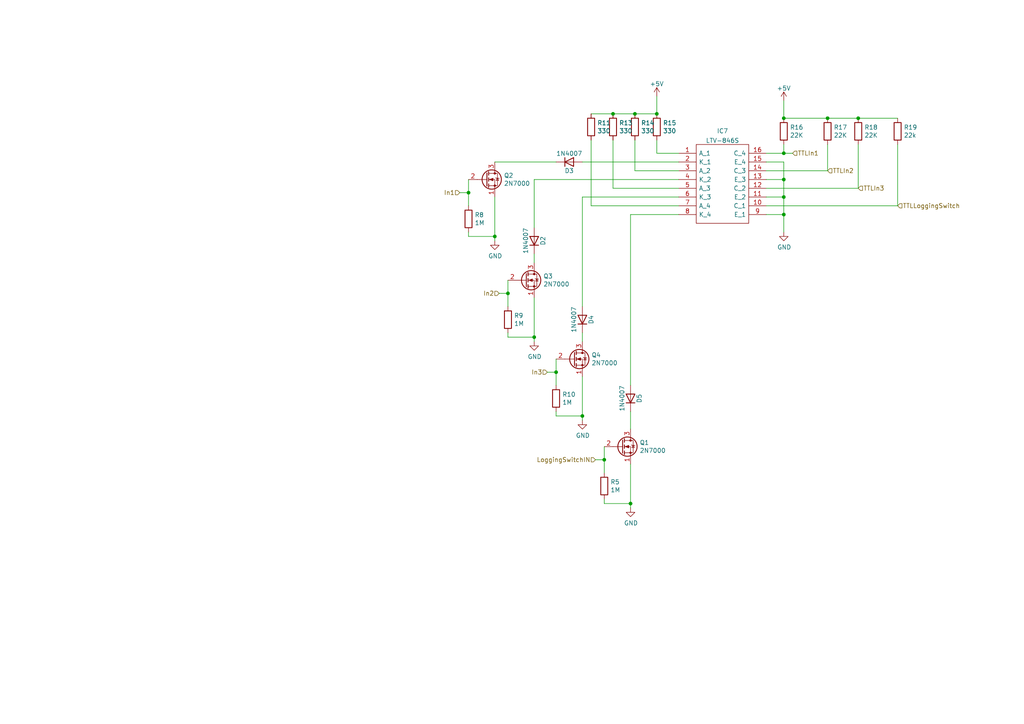
<source format=kicad_sch>
(kicad_sch (version 20211123) (generator eeschema)
  (paper "A4")
  (lib_symbols
    (symbol "Device:R" (pin_numbers hide) (pin_names (offset 0))
      (property "Reference" "R" (at 2.032 0 90))
      (property "Value" "R" (at 0 0 90))
      (symbol "R_0_1"
        (rectangle (start -1.016 -2.54) (end 1.016 2.54) (stroke (width 0.254)))
      )
      (symbol "R_1_1"
        (pin passive line (at 0 3.81 270) (length 1.27) (name "~") (number "1"))
        (pin passive line (at 0 -3.81 90) (length 1.27) (name "~") (number "2"))
      )
    )
    (symbol "Diode:1N4007" (pin_numbers hide) (pin_names (offset 1.016) hide)
      (property "Reference" "D" (at 0 2.54 0))
      (property "Value" "1N4007" (at 0 -2.54 0))
      (symbol "1N4007_0_1"
        (polyline (pts (xy -1.27 1.27) (xy -1.27 -1.27)) (stroke (width 0.254)))
        (polyline (pts (xy 1.27 0) (xy -1.27 0)))
        (polyline (pts (xy 1.27 1.27) (xy 1.27 -1.27) (xy -1.27 0) (xy 1.27 1.27)) (stroke (width 0.254)))
      )
      (symbol "1N4007_1_1"
        (pin passive line (at -3.81 0 0) (length 2.54) (name "K") (number "1"))
        (pin passive line (at 3.81 0 180) (length 2.54) (name "A") (number "2"))
      )
    )
    (symbol "Samac_Sys:LTV-846S" (pin_names (offset 0.762))
      (property "Reference" "IC" (at 21.59 7.62 0))
      (property "Value" "LTV-846S" (at 21.59 5.08 0))
      (symbol "LTV-846S_0_0"
        (pin passive line (at 0 0 0) (length 5.08) (name "A_1") (number "1"))
        (pin passive line (at 25.4 -15.24 180) (length 5.08) (name "C_1") (number "10"))
        (pin passive line (at 25.4 -12.7 180) (length 5.08) (name "E_2") (number "11"))
        (pin passive line (at 25.4 -10.16 180) (length 5.08) (name "C_2") (number "12"))
        (pin passive line (at 25.4 -7.62 180) (length 5.08) (name "E_3") (number "13"))
        (pin passive line (at 25.4 -5.08 180) (length 5.08) (name "C_3") (number "14"))
        (pin passive line (at 25.4 -2.54 180) (length 5.08) (name "E_4") (number "15"))
        (pin passive line (at 25.4 0 180) (length 5.08) (name "C_4") (number "16"))
        (pin passive line (at 0 -2.54 0) (length 5.08) (name "K_1") (number "2"))
        (pin passive line (at 0 -5.08 0) (length 5.08) (name "A_2") (number "3"))
        (pin passive line (at 0 -7.62 0) (length 5.08) (name "K_2") (number "4"))
        (pin passive line (at 0 -10.16 0) (length 5.08) (name "A_3") (number "5"))
        (pin passive line (at 0 -12.7 0) (length 5.08) (name "K_3") (number "6"))
        (pin passive line (at 0 -15.24 0) (length 5.08) (name "A_4") (number "7"))
        (pin passive line (at 0 -17.78 0) (length 5.08) (name "K_4") (number "8"))
        (pin passive line (at 25.4 -17.78 180) (length 5.08) (name "E_1") (number "9"))
      )
      (symbol "LTV-846S_0_1"
        (polyline (pts (xy 5.08 2.54) (xy 20.32 2.54) (xy 20.32 -20.32) (xy 5.08 -20.32) (xy 5.08 2.54)) (stroke (width 0.1524)))
      )
    )
    (symbol "Transistor_FET:2N7000" (pin_names hide)
      (property "Reference" "Q" (at 5.08 1.905 0))
      (property "Value" "2N7000" (at 5.08 0 0))
      (symbol "2N7000_0_1"
        (polyline (pts (xy 0.254 0) (xy -2.54 0)))
        (polyline (pts (xy 0.254 1.905) (xy 0.254 -1.905)) (stroke (width 0.254)))
        (polyline (pts (xy 0.762 -1.27) (xy 0.762 -2.286)) (stroke (width 0.254)))
        (polyline (pts (xy 0.762 0.508) (xy 0.762 -0.508)) (stroke (width 0.254)))
        (polyline (pts (xy 0.762 2.286) (xy 0.762 1.27)) (stroke (width 0.254)))
        (polyline (pts (xy 2.54 2.54) (xy 2.54 1.778)))
        (polyline (pts (xy 2.54 -2.54) (xy 2.54 0) (xy 0.762 0)))
        (polyline (pts (xy 0.762 -1.778) (xy 3.302 -1.778) (xy 3.302 1.778) (xy 0.762 1.778)))
        (polyline (pts (xy 1.016 0) (xy 2.032 0.381) (xy 2.032 -0.381) (xy 1.016 0)) (fill (type outline)))
        (polyline (pts (xy 2.794 0.508) (xy 2.921 0.381) (xy 3.683 0.381) (xy 3.81 0.254)))
        (polyline (pts (xy 3.302 0.381) (xy 2.921 -0.254) (xy 3.683 -0.254) (xy 3.302 0.381)))
        (circle (center 1.651 0) (radius 2.794) (stroke (width 0.254)))
        (circle (center 2.54 -1.778) (radius 0.254) (fill (type outline)))
        (circle (center 2.54 1.778) (radius 0.254) (fill (type outline)))
      )
      (symbol "2N7000_1_1"
        (pin passive line (at 2.54 -5.08 90) (length 2.54) (name "S") (number "1"))
        (pin input line (at -5.08 0 0) (length 2.54) (name "G") (number "2"))
        (pin passive line (at 2.54 5.08 270) (length 2.54) (name "D") (number "3"))
      )
    )
    (symbol "power:+5V" (power) (pin_names (offset 0))
      (property "Value" "+5V" (at 0 3.556 0))
      (symbol "+5V_0_1"
        (polyline (pts (xy -0.762 1.27) (xy 0 2.54)))
        (polyline (pts (xy 0 0) (xy 0 2.54)))
        (polyline (pts (xy 0 2.54) (xy 0.762 1.27)))
      )
      (symbol "+5V_1_1"
        (pin power_in line (at 0 0 90) (length 0) hide (name "+5V") (number "1"))
      )
    )
    (symbol "power:GND" (power) (pin_names (offset 0))
      (property "Value" "GND" (at 0 -3.81 0))
      (symbol "GND_0_1"
        (polyline (pts (xy 0 0) (xy 0 -1.27) (xy 1.27 -1.27) (xy 0 -2.54) (xy -1.27 -1.27) (xy 0 -1.27)))
      )
      (symbol "GND_1_1"
        (pin power_in line (at 0 0 270) (length 0) hide (name "GND") (number "1"))
      )
    )
  )
  (junction (at 154.94 97.79))
  (junction (at 227.33 52.07))
  (junction (at 161.29 107.95))
  (junction (at 147.32 85.09))
  (junction (at 175.26 133.35))
  (junction (at 227.33 57.15))
  (junction (at 227.33 34.29))
  (junction (at 248.92 34.29))
  (junction (at 227.33 62.23))
  (junction (at 182.88 146.05))
  (junction (at 143.51 68.58))
  (junction (at 227.33 44.45))
  (junction (at 190.5 33.02))
  (junction (at 177.8 33.02))
  (junction (at 240.03 34.29))
  (junction (at 168.91 120.65))
  (junction (at 184.15 33.02))
  (junction (at 135.89 55.88))
  (wire (pts (xy 227.33 41.91) (xy 227.33 44.45)))
  (wire (pts (xy 143.51 57.15) (xy 143.51 68.58)))
  (wire (pts (xy 147.32 97.79) (xy 154.94 97.79)))
  (wire (pts (xy 175.26 133.35) (xy 175.26 129.54)))
  (wire (pts (xy 161.29 107.95) (xy 161.29 104.14)))
  (wire (pts (xy 168.91 88.9) (xy 168.91 57.15)))
  (wire (pts (xy 227.33 29.21) (xy 227.33 34.29)))
  (wire (pts (xy 190.5 40.64) (xy 190.5 44.45)))
  (wire (pts (xy 227.33 62.23) (xy 227.33 67.31)))
  (wire (pts (xy 182.88 119.38) (xy 182.88 124.46)))
  (wire (pts (xy 196.85 52.07) (xy 154.94 52.07)))
  (wire (pts (xy 182.88 62.23) (xy 196.85 62.23)))
  (wire (pts (xy 190.5 44.45) (xy 196.85 44.45)))
  (wire (pts (xy 154.94 76.2) (xy 154.94 73.66)))
  (wire (pts (xy 260.35 41.91) (xy 260.35 59.69)))
  (wire (pts (xy 227.33 34.29) (xy 240.03 34.29)))
  (wire (pts (xy 154.94 86.36) (xy 154.94 97.79)))
  (wire (pts (xy 240.03 34.29) (xy 248.92 34.29)))
  (wire (pts (xy 147.32 88.9) (xy 147.32 85.09)))
  (wire (pts (xy 133.35 55.88) (xy 135.89 55.88)))
  (wire (pts (xy 135.89 68.58) (xy 143.51 68.58)))
  (wire (pts (xy 158.75 107.95) (xy 161.29 107.95)))
  (wire (pts (xy 190.5 27.94) (xy 190.5 33.02)))
  (wire (pts (xy 248.92 54.61) (xy 222.25 54.61)))
  (wire (pts (xy 222.25 57.15) (xy 227.33 57.15)))
  (wire (pts (xy 240.03 41.91) (xy 240.03 49.53)))
  (wire (pts (xy 222.25 46.99) (xy 227.33 46.99)))
  (wire (pts (xy 182.88 147.32) (xy 182.88 146.05)))
  (wire (pts (xy 182.88 134.62) (xy 182.88 146.05)))
  (wire (pts (xy 168.91 109.22) (xy 168.91 120.65)))
  (wire (pts (xy 135.89 59.69) (xy 135.89 55.88)))
  (wire (pts (xy 168.91 57.15) (xy 196.85 57.15)))
  (wire (pts (xy 175.26 137.16) (xy 175.26 133.35)))
  (wire (pts (xy 196.85 54.61) (xy 177.8 54.61)))
  (wire (pts (xy 171.45 33.02) (xy 177.8 33.02)))
  (wire (pts (xy 168.91 99.06) (xy 168.91 96.52)))
  (wire (pts (xy 184.15 33.02) (xy 190.5 33.02)))
  (wire (pts (xy 147.32 85.09) (xy 147.32 81.28)))
  (wire (pts (xy 171.45 59.69) (xy 196.85 59.69)))
  (wire (pts (xy 154.94 99.06) (xy 154.94 97.79)))
  (wire (pts (xy 168.91 46.99) (xy 196.85 46.99)))
  (wire (pts (xy 161.29 46.99) (xy 143.51 46.99)))
  (wire (pts (xy 177.8 33.02) (xy 184.15 33.02)))
  (wire (pts (xy 147.32 96.52) (xy 147.32 97.79)))
  (wire (pts (xy 227.33 52.07) (xy 227.33 57.15)))
  (wire (pts (xy 144.78 85.09) (xy 147.32 85.09)))
  (wire (pts (xy 161.29 111.76) (xy 161.29 107.95)))
  (wire (pts (xy 227.33 46.99) (xy 227.33 52.07)))
  (wire (pts (xy 175.26 144.78) (xy 175.26 146.05)))
  (wire (pts (xy 248.92 34.29) (xy 260.35 34.29)))
  (wire (pts (xy 184.15 40.64) (xy 184.15 49.53)))
  (wire (pts (xy 260.35 59.69) (xy 222.25 59.69)))
  (wire (pts (xy 248.92 41.91) (xy 248.92 54.61)))
  (wire (pts (xy 227.33 57.15) (xy 227.33 62.23)))
  (wire (pts (xy 171.45 40.64) (xy 171.45 59.69)))
  (wire (pts (xy 184.15 49.53) (xy 196.85 49.53)))
  (wire (pts (xy 135.89 67.31) (xy 135.89 68.58)))
  (wire (pts (xy 172.72 133.35) (xy 175.26 133.35)))
  (wire (pts (xy 177.8 54.61) (xy 177.8 40.64)))
  (wire (pts (xy 222.25 52.07) (xy 227.33 52.07)))
  (wire (pts (xy 161.29 120.65) (xy 168.91 120.65)))
  (wire (pts (xy 135.89 55.88) (xy 135.89 52.07)))
  (wire (pts (xy 143.51 69.85) (xy 143.51 68.58)))
  (wire (pts (xy 227.33 44.45) (xy 229.87 44.45)))
  (wire (pts (xy 182.88 111.76) (xy 182.88 62.23)))
  (wire (pts (xy 161.29 119.38) (xy 161.29 120.65)))
  (wire (pts (xy 154.94 52.07) (xy 154.94 66.04)))
  (wire (pts (xy 222.25 44.45) (xy 227.33 44.45)))
  (wire (pts (xy 240.03 49.53) (xy 222.25 49.53)))
  (wire (pts (xy 227.33 62.23) (xy 222.25 62.23)))
  (wire (pts (xy 175.26 146.05) (xy 182.88 146.05)))
  (wire (pts (xy 168.91 121.92) (xy 168.91 120.65)))
  (hierarchical_label "LoggingSwitchIN" (shape input) (at 172.72 133.35 180))
  (hierarchical_label "In3" (shape input) (at 158.75 107.95 180))
  (hierarchical_label "TTLIn3" (shape input) (at 248.92 54.61 0))
  (hierarchical_label "TTLLoggingSwitch" (shape input) (at 260.35 59.69 0))
  (hierarchical_label "In2" (shape input) (at 144.78 85.09 180))
  (hierarchical_label "In1" (shape input) (at 133.35 55.88 180))
  (hierarchical_label "TTLIn2" (shape input) (at 240.03 49.53 0))
  (hierarchical_label "TTLIn1" (shape input) (at 229.87 44.45 0))
  (symbol (lib_id "Transistor_FET:2N7000") (at 152.4 81.28 0) (unit 1)
    (property "Reference" "Q3" (at 157.5816 80.1116 0) (effects (justify left)))
    (property "Value" "2N7000" (at 157.5816 82.423 0) (effects (justify left)))
    (property "Footprint" "Package_TO_SOT_THT:TO-92_Inline" (effects hide))
    (property "Datasheet" "https://www.onsemi.com/pub/Collateral/NDS7002A-D.PDF" (effects hide))
  )
  (symbol (lib_id "Device:R") (at 240.03 38.1 0) (unit 1)
    (property "Reference" "R17" (at 241.808 36.9316 0) (effects (justify left)))
    (property "Value" "22K" (at 241.808 39.243 0) (effects (justify left)))
    (property "Footprint" "Resistor_THT:R_Axial_DIN0207_L6.3mm_D2.5mm_P2.54mm_Vertical" (effects hide))
  )
  (symbol (lib_id "Device:R") (at 147.32 92.71 0) (unit 1)
    (property "Reference" "R9" (at 149.098 91.5416 0) (effects (justify left)))
    (property "Value" "1M" (at 149.098 93.853 0) (effects (justify left)))
    (property "Footprint" "Resistor_THT:R_Axial_DIN0207_L6.3mm_D2.5mm_P2.54mm_Vertical" (effects hide))
  )
  (symbol (lib_id "power:GND") (at 154.94 99.06 0) (unit 1)
    (property "Reference" "#PWR042" (effects hide))
    (property "Value" "GND" (at 155.067 103.4542 0))
  )
  (symbol (lib_id "Transistor_FET:2N7000") (at 140.97 52.07 0) (unit 1)
    (property "Reference" "Q2" (at 146.1516 50.9016 0) (effects (justify left)))
    (property "Value" "2N7000" (at 146.1516 53.213 0) (effects (justify left)))
    (property "Footprint" "Package_TO_SOT_THT:TO-92_Inline" (effects hide))
    (property "Datasheet" "https://www.onsemi.com/pub/Collateral/NDS7002A-D.PDF" (effects hide))
  )
  (symbol (lib_id "Device:R") (at 190.5 36.83 0) (unit 1)
    (property "Reference" "R15" (at 192.278 35.6616 0) (effects (justify left)))
    (property "Value" "330" (at 192.278 37.973 0) (effects (justify left)))
    (property "Footprint" "Resistor_THT:R_Axial_DIN0207_L6.3mm_D2.5mm_P2.54mm_Vertical" (effects hide))
  )
  (symbol (lib_id "Device:R") (at 135.89 63.5 0) (unit 1)
    (property "Reference" "R8" (at 137.668 62.3316 0) (effects (justify left)))
    (property "Value" "1M" (at 137.668 64.643 0) (effects (justify left)))
    (property "Footprint" "Resistor_THT:R_Axial_DIN0207_L6.3mm_D2.5mm_P2.54mm_Vertical" (effects hide))
  )
  (symbol (lib_id "power:GND") (at 143.51 69.85 0) (unit 1)
    (property "Reference" "#PWR041" (effects hide))
    (property "Value" "GND" (at 143.637 74.2442 0))
  )
  (symbol (lib_id "power:+5V") (at 190.5 27.94 0) (unit 1)
    (property "Reference" "#PWR012" (effects hide))
    (property "Value" "+5V" (at 190.5 24.3355 0))
  )
  (symbol (lib_id "Device:R") (at 184.15 36.83 0) (unit 1)
    (property "Reference" "R14" (at 185.928 35.6616 0) (effects (justify left)))
    (property "Value" "330" (at 185.928 37.973 0) (effects (justify left)))
    (property "Footprint" "Resistor_THT:R_Axial_DIN0207_L6.3mm_D2.5mm_P2.54mm_Vertical" (effects hide))
  )
  (symbol (lib_id "power:+5V") (at 227.33 29.21 0) (unit 1)
    (property "Reference" "#PWR013" (effects hide))
    (property "Value" "+5V" (at 227.33 25.6055 0))
  )
  (symbol (lib_id "power:GND") (at 168.91 121.92 0) (unit 1)
    (property "Reference" "#PWR043" (effects hide))
    (property "Value" "GND" (at 169.037 126.3142 0))
  )
  (symbol (lib_id "Device:R") (at 177.8 36.83 0) (unit 1)
    (property "Reference" "R13" (at 179.578 35.6616 0) (effects (justify left)))
    (property "Value" "330" (at 179.578 37.973 0) (effects (justify left)))
    (property "Footprint" "Resistor_THT:R_Axial_DIN0207_L6.3mm_D2.5mm_P2.54mm_Vertical" (effects hide))
  )
  (symbol (lib_id "Diode:1N4007") (at 165.1 46.99 0) (unit 1)
    (property "Reference" "D3" (at 165.1 49.53 0))
    (property "Value" "1N4007" (at 165.1 44.5286 0))
    (property "Footprint" "Diode_THT:D_DO-41_SOD81_P10.16mm_Horizontal" (effects hide))
    (property "Datasheet" "http://www.vishay.com/docs/88503/1n4001.pdf" (effects hide))
  )
  (symbol (lib_id "Diode:1N4007") (at 182.88 115.57 90) (unit 1)
    (property "Reference" "D5" (at 185.42 115.57 0))
    (property "Value" "1N4007" (at 180.4186 115.57 0))
    (property "Footprint" "Diode_THT:D_DO-41_SOD81_P10.16mm_Horizontal" (effects hide))
    (property "Datasheet" "http://www.vishay.com/docs/88503/1n4001.pdf" (effects hide))
  )
  (symbol (lib_id "Device:R") (at 227.33 38.1 0) (unit 1)
    (property "Reference" "R16" (at 229.108 36.9316 0) (effects (justify left)))
    (property "Value" "22K" (at 229.108 39.243 0) (effects (justify left)))
    (property "Footprint" "Resistor_THT:R_Axial_DIN0207_L6.3mm_D2.5mm_P2.54mm_Vertical" (effects hide))
  )
  (symbol (lib_id "Device:R") (at 248.92 38.1 0) (unit 1)
    (property "Reference" "R18" (at 250.698 36.9316 0) (effects (justify left)))
    (property "Value" "22K" (at 250.698 39.243 0) (effects (justify left)))
    (property "Footprint" "Resistor_THT:R_Axial_DIN0207_L6.3mm_D2.5mm_P2.54mm_Vertical" (effects hide))
  )
  (symbol (lib_id "power:GND") (at 182.88 147.32 0) (unit 1)
    (property "Reference" "#PWR037" (effects hide))
    (property "Value" "GND" (at 183.007 151.7142 0))
  )
  (symbol (lib_id "Diode:1N4007") (at 154.94 69.85 90) (unit 1)
    (property "Reference" "D2" (at 157.48 69.85 0))
    (property "Value" "1N4007" (at 152.4786 69.85 0))
    (property "Footprint" "Diode_THT:D_DO-41_SOD81_P10.16mm_Horizontal" (effects hide))
    (property "Datasheet" "http://www.vishay.com/docs/88503/1n4001.pdf" (effects hide))
  )
  (symbol (lib_id "Device:R") (at 171.45 36.83 0) (unit 1)
    (property "Reference" "R11" (at 173.228 35.6616 0) (effects (justify left)))
    (property "Value" "330" (at 173.228 37.973 0) (effects (justify left)))
    (property "Footprint" "Resistor_THT:R_Axial_DIN0207_L6.3mm_D2.5mm_P2.54mm_Vertical" (effects hide))
  )
  (symbol (lib_id "Device:R") (at 260.35 38.1 0) (unit 1)
    (property "Reference" "R19" (at 262.128 36.9316 0) (effects (justify left)))
    (property "Value" "22k" (at 262.128 39.243 0) (effects (justify left)))
    (property "Footprint" "Resistor_THT:R_Axial_DIN0207_L6.3mm_D2.5mm_P2.54mm_Vertical" (effects hide))
  )
  (symbol (lib_id "Device:R") (at 161.29 115.57 0) (unit 1)
    (property "Reference" "R10" (at 163.068 114.4016 0) (effects (justify left)))
    (property "Value" "1M" (at 163.068 116.713 0) (effects (justify left)))
    (property "Footprint" "Resistor_THT:R_Axial_DIN0207_L6.3mm_D2.5mm_P2.54mm_Vertical" (effects hide))
  )
  (symbol (lib_id "Device:R") (at 175.26 140.97 0) (unit 1)
    (property "Reference" "R5" (at 177.038 139.8016 0) (effects (justify left)))
    (property "Value" "1M" (at 177.038 142.113 0) (effects (justify left)))
    (property "Footprint" "Resistor_THT:R_Axial_DIN0207_L6.3mm_D2.5mm_P2.54mm_Vertical" (effects hide))
  )
  (symbol (lib_id "Transistor_FET:2N7000") (at 166.37 104.14 0) (unit 1)
    (property "Reference" "Q4" (at 171.5516 102.9716 0) (effects (justify left)))
    (property "Value" "2N7000" (at 171.5516 105.283 0) (effects (justify left)))
    (property "Footprint" "Package_TO_SOT_THT:TO-92_Inline" (effects hide))
    (property "Datasheet" "https://www.onsemi.com/pub/Collateral/NDS7002A-D.PDF" (effects hide))
  )
  (symbol (lib_id "Samac_Sys:LTV-846S") (at 196.85 44.45 0) (unit 1)
    (property "Reference" "IC7" (at 209.55 37.9943 0))
    (property "Value" "LTV-846S" (at 209.55 40.7694 0))
    (property "Footprint" "SamacSys_Parts:SOP254P1016X460-16N" (effects hide))
    (property "Datasheet" "https://media.digikey.com/pdf/Data%20Sheets/Lite-On%20PDFs/LTV-816_826_846.pdf" (effects hide))
    (property "Description" "Optocoupler Transistor O/P, 80V, SMD16 Lite-On LTV-846S DC Input Transistor Output Quad Optocoupler, Surface Mount, 16-Pin PDIP" (effects hide))
    (property "Height" "4.6" (effects hide))
    (property "Mouser Part Number" "859-LTV-846S" (effects hide))
    (property "Mouser Price/Stock" "https://www.mouser.co.uk/ProductDetail/Lite-On/LTV-846S?qs=mugDbBsgkzfnKotYIW64TQ%3D%3D" (effects hide))
    (property "Manufacturer_Name" "Lite-On" (effects hide))
    (property "Manufacturer_Part_Number" "LTV-846S" (effects hide))
  )
  (symbol (lib_id "Diode:1N4007") (at 168.91 92.71 90) (unit 1)
    (property "Reference" "D4" (at 171.45 92.71 0))
    (property "Value" "1N4007" (at 166.4486 92.71 0))
    (property "Footprint" "Diode_THT:D_DO-41_SOD81_P10.16mm_Horizontal" (effects hide))
    (property "Datasheet" "http://www.vishay.com/docs/88503/1n4001.pdf" (effects hide))
  )
  (symbol (lib_id "power:GND") (at 227.33 67.31 0) (unit 1)
    (property "Reference" "#PWR047" (effects hide))
    (property "Value" "GND" (at 227.457 71.7042 0))
  )
  (symbol (lib_id "Transistor_FET:2N7000") (at 180.34 129.54 0) (unit 1)
    (property "Reference" "Q1" (at 185.5216 128.3716 0) (effects (justify left)))
    (property "Value" "2N7000" (at 185.5216 130.683 0) (effects (justify left)))
    (property "Footprint" "Package_TO_SOT_THT:TO-92_Inline" (effects hide))
    (property "Datasheet" "https://www.onsemi.com/pub/Collateral/NDS7002A-D.PDF" (effects hide))
  )
)
</source>
